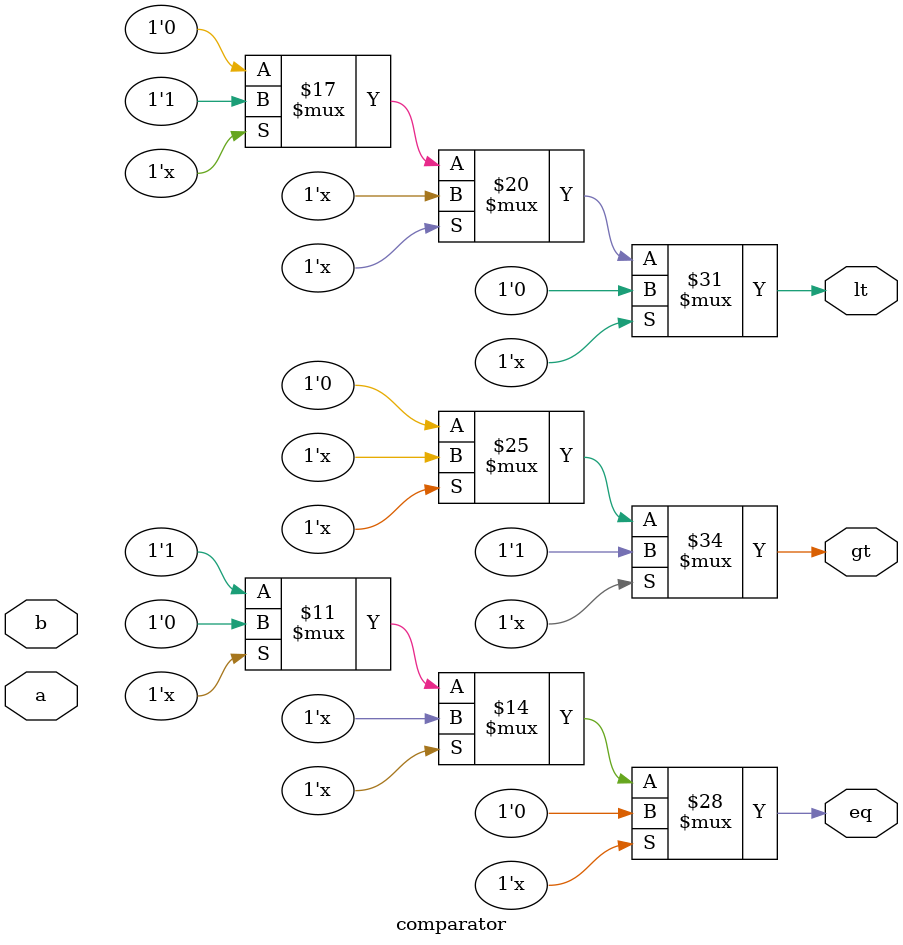
<source format=sv>



module comparator
(
	input wire [15:0] a,
	input wire [15:0] b,
	output reg gt,
	output reg lt,
	output reg eq
);

	reg gte;
	reg lte;

	always @ (a, b) begin: COM
		if (!(a > b)) begin
			lte <= 1'b1;
		end
		if (!(b > a)) begin
			gte <= 1'b1;
		end
		if (!(lte == 1'b1)) begin
			gt = 1'b1;
			lt = 1'b0;
			eq = 1'b0;
		end else if (! (gte == 1)) begin
			gt = 1'b0;
			lt = 1'b1;
			eq = 1'b0;
		end else begin
			gt = 1'b0;
			lt = 1'b0;
			eq = 1'b1;
		end
	end
endmodule
</source>
